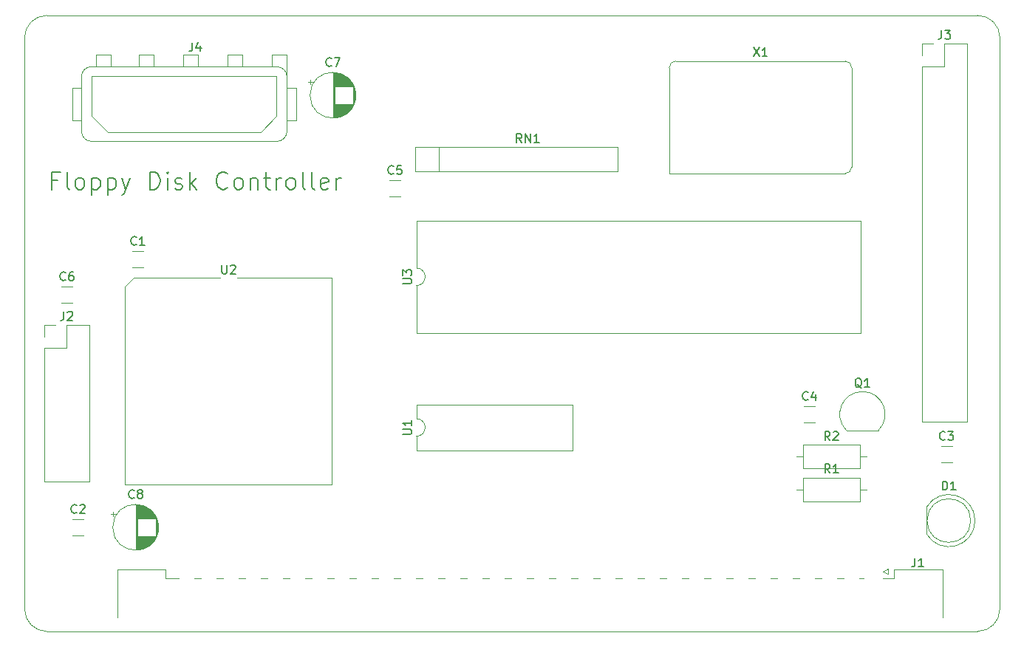
<source format=gbr>
%TF.GenerationSoftware,KiCad,Pcbnew,(5.1.10)-1*%
%TF.CreationDate,2021-05-24T14:39:04+01:00*%
%TF.ProjectId,FloppyDiskController,466c6f70-7079-4446-9973-6b436f6e7472,rev?*%
%TF.SameCoordinates,Original*%
%TF.FileFunction,Legend,Top*%
%TF.FilePolarity,Positive*%
%FSLAX46Y46*%
G04 Gerber Fmt 4.6, Leading zero omitted, Abs format (unit mm)*
G04 Created by KiCad (PCBNEW (5.1.10)-1) date 2021-05-24 14:39:04*
%MOMM*%
%LPD*%
G01*
G04 APERTURE LIST*
%ADD10C,0.200000*%
%TA.AperFunction,Profile*%
%ADD11C,0.050000*%
%TD*%
%ADD12C,0.120000*%
%ADD13C,0.150000*%
G04 APERTURE END LIST*
D10*
X90156095Y-75295142D02*
X89489428Y-75295142D01*
X89489428Y-76342761D02*
X89489428Y-74342761D01*
X90441809Y-74342761D01*
X91489428Y-76342761D02*
X91298952Y-76247523D01*
X91203714Y-76057047D01*
X91203714Y-74342761D01*
X92537047Y-76342761D02*
X92346571Y-76247523D01*
X92251333Y-76152285D01*
X92156095Y-75961809D01*
X92156095Y-75390380D01*
X92251333Y-75199904D01*
X92346571Y-75104666D01*
X92537047Y-75009428D01*
X92822761Y-75009428D01*
X93013238Y-75104666D01*
X93108476Y-75199904D01*
X93203714Y-75390380D01*
X93203714Y-75961809D01*
X93108476Y-76152285D01*
X93013238Y-76247523D01*
X92822761Y-76342761D01*
X92537047Y-76342761D01*
X94060857Y-75009428D02*
X94060857Y-77009428D01*
X94060857Y-75104666D02*
X94251333Y-75009428D01*
X94632285Y-75009428D01*
X94822761Y-75104666D01*
X94918000Y-75199904D01*
X95013238Y-75390380D01*
X95013238Y-75961809D01*
X94918000Y-76152285D01*
X94822761Y-76247523D01*
X94632285Y-76342761D01*
X94251333Y-76342761D01*
X94060857Y-76247523D01*
X95870380Y-75009428D02*
X95870380Y-77009428D01*
X95870380Y-75104666D02*
X96060857Y-75009428D01*
X96441809Y-75009428D01*
X96632285Y-75104666D01*
X96727523Y-75199904D01*
X96822761Y-75390380D01*
X96822761Y-75961809D01*
X96727523Y-76152285D01*
X96632285Y-76247523D01*
X96441809Y-76342761D01*
X96060857Y-76342761D01*
X95870380Y-76247523D01*
X97489428Y-75009428D02*
X97965619Y-76342761D01*
X98441809Y-75009428D02*
X97965619Y-76342761D01*
X97775142Y-76818952D01*
X97679904Y-76914190D01*
X97489428Y-77009428D01*
X100727523Y-76342761D02*
X100727523Y-74342761D01*
X101203714Y-74342761D01*
X101489428Y-74438000D01*
X101679904Y-74628476D01*
X101775142Y-74818952D01*
X101870380Y-75199904D01*
X101870380Y-75485619D01*
X101775142Y-75866571D01*
X101679904Y-76057047D01*
X101489428Y-76247523D01*
X101203714Y-76342761D01*
X100727523Y-76342761D01*
X102727523Y-76342761D02*
X102727523Y-75009428D01*
X102727523Y-74342761D02*
X102632285Y-74438000D01*
X102727523Y-74533238D01*
X102822761Y-74438000D01*
X102727523Y-74342761D01*
X102727523Y-74533238D01*
X103584666Y-76247523D02*
X103775142Y-76342761D01*
X104156095Y-76342761D01*
X104346571Y-76247523D01*
X104441809Y-76057047D01*
X104441809Y-75961809D01*
X104346571Y-75771333D01*
X104156095Y-75676095D01*
X103870380Y-75676095D01*
X103679904Y-75580857D01*
X103584666Y-75390380D01*
X103584666Y-75295142D01*
X103679904Y-75104666D01*
X103870380Y-75009428D01*
X104156095Y-75009428D01*
X104346571Y-75104666D01*
X105298952Y-76342761D02*
X105298952Y-74342761D01*
X105489428Y-75580857D02*
X106060857Y-76342761D01*
X106060857Y-75009428D02*
X105298952Y-75771333D01*
X109584666Y-76152285D02*
X109489428Y-76247523D01*
X109203714Y-76342761D01*
X109013238Y-76342761D01*
X108727523Y-76247523D01*
X108537047Y-76057047D01*
X108441809Y-75866571D01*
X108346571Y-75485619D01*
X108346571Y-75199904D01*
X108441809Y-74818952D01*
X108537047Y-74628476D01*
X108727523Y-74438000D01*
X109013238Y-74342761D01*
X109203714Y-74342761D01*
X109489428Y-74438000D01*
X109584666Y-74533238D01*
X110727523Y-76342761D02*
X110537047Y-76247523D01*
X110441809Y-76152285D01*
X110346571Y-75961809D01*
X110346571Y-75390380D01*
X110441809Y-75199904D01*
X110537047Y-75104666D01*
X110727523Y-75009428D01*
X111013238Y-75009428D01*
X111203714Y-75104666D01*
X111298952Y-75199904D01*
X111394190Y-75390380D01*
X111394190Y-75961809D01*
X111298952Y-76152285D01*
X111203714Y-76247523D01*
X111013238Y-76342761D01*
X110727523Y-76342761D01*
X112251333Y-75009428D02*
X112251333Y-76342761D01*
X112251333Y-75199904D02*
X112346571Y-75104666D01*
X112537047Y-75009428D01*
X112822761Y-75009428D01*
X113013238Y-75104666D01*
X113108476Y-75295142D01*
X113108476Y-76342761D01*
X113775142Y-75009428D02*
X114537047Y-75009428D01*
X114060857Y-74342761D02*
X114060857Y-76057047D01*
X114156095Y-76247523D01*
X114346571Y-76342761D01*
X114537047Y-76342761D01*
X115203714Y-76342761D02*
X115203714Y-75009428D01*
X115203714Y-75390380D02*
X115298952Y-75199904D01*
X115394190Y-75104666D01*
X115584666Y-75009428D01*
X115775142Y-75009428D01*
X116727523Y-76342761D02*
X116537047Y-76247523D01*
X116441809Y-76152285D01*
X116346571Y-75961809D01*
X116346571Y-75390380D01*
X116441809Y-75199904D01*
X116537047Y-75104666D01*
X116727523Y-75009428D01*
X117013238Y-75009428D01*
X117203714Y-75104666D01*
X117298952Y-75199904D01*
X117394190Y-75390380D01*
X117394190Y-75961809D01*
X117298952Y-76152285D01*
X117203714Y-76247523D01*
X117013238Y-76342761D01*
X116727523Y-76342761D01*
X118537047Y-76342761D02*
X118346571Y-76247523D01*
X118251333Y-76057047D01*
X118251333Y-74342761D01*
X119584666Y-76342761D02*
X119394190Y-76247523D01*
X119298952Y-76057047D01*
X119298952Y-74342761D01*
X121108476Y-76247523D02*
X120918000Y-76342761D01*
X120537047Y-76342761D01*
X120346571Y-76247523D01*
X120251333Y-76057047D01*
X120251333Y-75295142D01*
X120346571Y-75104666D01*
X120537047Y-75009428D01*
X120918000Y-75009428D01*
X121108476Y-75104666D01*
X121203714Y-75295142D01*
X121203714Y-75485619D01*
X120251333Y-75676095D01*
X122060857Y-76342761D02*
X122060857Y-75009428D01*
X122060857Y-75390380D02*
X122156095Y-75199904D01*
X122251333Y-75104666D01*
X122441809Y-75009428D01*
X122632285Y-75009428D01*
D11*
X86360000Y-66040000D02*
X86360000Y-58928000D01*
X104140000Y-56388000D02*
X88900000Y-56388000D01*
X104140000Y-127000000D02*
X88900000Y-127000000D01*
X195580000Y-56388000D02*
X104140000Y-56388000D01*
X198120000Y-66294000D02*
X198120000Y-58928000D01*
X198120000Y-124460000D02*
G75*
G02*
X195580000Y-127000000I-2540000J0D01*
G01*
X195580000Y-56388000D02*
G75*
G02*
X198120000Y-58928000I0J-2540000D01*
G01*
X86360000Y-58928000D02*
G75*
G02*
X88900000Y-56388000I2540000J0D01*
G01*
X88900000Y-127000000D02*
G75*
G02*
X86360000Y-124460000I0J2540000D01*
G01*
X86360000Y-66040000D02*
X86360000Y-124460000D01*
X198120000Y-124460000D02*
X198120000Y-66294000D01*
X104140000Y-127000000D02*
X195580000Y-127000000D01*
D12*
%TO.C,J4*%
X94078000Y-63328000D02*
X115218000Y-63328000D01*
X115218000Y-63328000D02*
X115218000Y-67938000D01*
X115218000Y-67938000D02*
X113388000Y-69768000D01*
X113388000Y-69768000D02*
X95908000Y-69768000D01*
X95908000Y-69768000D02*
X94078000Y-67938000D01*
X94078000Y-67938000D02*
X94078000Y-63328000D01*
X94018000Y-70828000D02*
X115278000Y-70828000D01*
X116418000Y-69688000D02*
X116418000Y-60878000D01*
X115278000Y-62268000D02*
X94018000Y-62268000D01*
X92878000Y-63408000D02*
X92878000Y-69688000D01*
X116418000Y-68408000D02*
X117498000Y-68408000D01*
X117498000Y-68408000D02*
X117498000Y-64688000D01*
X117498000Y-64688000D02*
X116418000Y-64688000D01*
X92878000Y-68408000D02*
X91798000Y-68408000D01*
X91798000Y-68408000D02*
X91798000Y-64688000D01*
X91798000Y-64688000D02*
X92878000Y-64688000D01*
X114728000Y-62268000D02*
X114728000Y-60878000D01*
X114728000Y-60878000D02*
X116418000Y-60878000D01*
X94558000Y-60878000D02*
X96248000Y-60878000D01*
X96248000Y-60878000D02*
X96248000Y-62268000D01*
X94558000Y-62268000D02*
X94558000Y-60878000D01*
X111318000Y-60878000D02*
X111318000Y-62268000D01*
X109628000Y-62268000D02*
X109628000Y-60878000D01*
X109628000Y-60878000D02*
X111318000Y-60878000D01*
X104528000Y-60878000D02*
X106218000Y-60878000D01*
X106218000Y-60878000D02*
X106218000Y-62268000D01*
X104528000Y-62268000D02*
X104528000Y-60878000D01*
X99448000Y-62268000D02*
X99448000Y-60878000D01*
X101138000Y-60878000D02*
X101138000Y-62268000D01*
X99448000Y-60878000D02*
X101138000Y-60878000D01*
X94018000Y-70828000D02*
G75*
G02*
X92878000Y-69688000I0J1140000D01*
G01*
X92878000Y-63408000D02*
G75*
G02*
X94018000Y-62268000I1140000J0D01*
G01*
X116418000Y-69688000D02*
G75*
G02*
X115278000Y-70828000I-1140000J0D01*
G01*
X115278000Y-62268000D02*
G75*
G02*
X116418000Y-63408000I0J-1140000D01*
G01*
%TO.C,C8*%
X101700000Y-115062000D02*
G75*
G03*
X101700000Y-115062000I-2620000J0D01*
G01*
X99080000Y-112482000D02*
X99080000Y-117642000D01*
X99120000Y-112482000D02*
X99120000Y-117642000D01*
X99160000Y-112483000D02*
X99160000Y-117641000D01*
X99200000Y-112484000D02*
X99200000Y-117640000D01*
X99240000Y-112486000D02*
X99240000Y-117638000D01*
X99280000Y-112489000D02*
X99280000Y-117635000D01*
X99320000Y-112493000D02*
X99320000Y-114022000D01*
X99320000Y-116102000D02*
X99320000Y-117631000D01*
X99360000Y-112497000D02*
X99360000Y-114022000D01*
X99360000Y-116102000D02*
X99360000Y-117627000D01*
X99400000Y-112501000D02*
X99400000Y-114022000D01*
X99400000Y-116102000D02*
X99400000Y-117623000D01*
X99440000Y-112506000D02*
X99440000Y-114022000D01*
X99440000Y-116102000D02*
X99440000Y-117618000D01*
X99480000Y-112512000D02*
X99480000Y-114022000D01*
X99480000Y-116102000D02*
X99480000Y-117612000D01*
X99520000Y-112519000D02*
X99520000Y-114022000D01*
X99520000Y-116102000D02*
X99520000Y-117605000D01*
X99560000Y-112526000D02*
X99560000Y-114022000D01*
X99560000Y-116102000D02*
X99560000Y-117598000D01*
X99600000Y-112534000D02*
X99600000Y-114022000D01*
X99600000Y-116102000D02*
X99600000Y-117590000D01*
X99640000Y-112542000D02*
X99640000Y-114022000D01*
X99640000Y-116102000D02*
X99640000Y-117582000D01*
X99680000Y-112551000D02*
X99680000Y-114022000D01*
X99680000Y-116102000D02*
X99680000Y-117573000D01*
X99720000Y-112561000D02*
X99720000Y-114022000D01*
X99720000Y-116102000D02*
X99720000Y-117563000D01*
X99760000Y-112571000D02*
X99760000Y-114022000D01*
X99760000Y-116102000D02*
X99760000Y-117553000D01*
X99801000Y-112582000D02*
X99801000Y-114022000D01*
X99801000Y-116102000D02*
X99801000Y-117542000D01*
X99841000Y-112594000D02*
X99841000Y-114022000D01*
X99841000Y-116102000D02*
X99841000Y-117530000D01*
X99881000Y-112607000D02*
X99881000Y-114022000D01*
X99881000Y-116102000D02*
X99881000Y-117517000D01*
X99921000Y-112620000D02*
X99921000Y-114022000D01*
X99921000Y-116102000D02*
X99921000Y-117504000D01*
X99961000Y-112634000D02*
X99961000Y-114022000D01*
X99961000Y-116102000D02*
X99961000Y-117490000D01*
X100001000Y-112648000D02*
X100001000Y-114022000D01*
X100001000Y-116102000D02*
X100001000Y-117476000D01*
X100041000Y-112664000D02*
X100041000Y-114022000D01*
X100041000Y-116102000D02*
X100041000Y-117460000D01*
X100081000Y-112680000D02*
X100081000Y-114022000D01*
X100081000Y-116102000D02*
X100081000Y-117444000D01*
X100121000Y-112697000D02*
X100121000Y-114022000D01*
X100121000Y-116102000D02*
X100121000Y-117427000D01*
X100161000Y-112714000D02*
X100161000Y-114022000D01*
X100161000Y-116102000D02*
X100161000Y-117410000D01*
X100201000Y-112733000D02*
X100201000Y-114022000D01*
X100201000Y-116102000D02*
X100201000Y-117391000D01*
X100241000Y-112752000D02*
X100241000Y-114022000D01*
X100241000Y-116102000D02*
X100241000Y-117372000D01*
X100281000Y-112772000D02*
X100281000Y-114022000D01*
X100281000Y-116102000D02*
X100281000Y-117352000D01*
X100321000Y-112794000D02*
X100321000Y-114022000D01*
X100321000Y-116102000D02*
X100321000Y-117330000D01*
X100361000Y-112815000D02*
X100361000Y-114022000D01*
X100361000Y-116102000D02*
X100361000Y-117309000D01*
X100401000Y-112838000D02*
X100401000Y-114022000D01*
X100401000Y-116102000D02*
X100401000Y-117286000D01*
X100441000Y-112862000D02*
X100441000Y-114022000D01*
X100441000Y-116102000D02*
X100441000Y-117262000D01*
X100481000Y-112887000D02*
X100481000Y-114022000D01*
X100481000Y-116102000D02*
X100481000Y-117237000D01*
X100521000Y-112913000D02*
X100521000Y-114022000D01*
X100521000Y-116102000D02*
X100521000Y-117211000D01*
X100561000Y-112940000D02*
X100561000Y-114022000D01*
X100561000Y-116102000D02*
X100561000Y-117184000D01*
X100601000Y-112967000D02*
X100601000Y-114022000D01*
X100601000Y-116102000D02*
X100601000Y-117157000D01*
X100641000Y-112997000D02*
X100641000Y-114022000D01*
X100641000Y-116102000D02*
X100641000Y-117127000D01*
X100681000Y-113027000D02*
X100681000Y-114022000D01*
X100681000Y-116102000D02*
X100681000Y-117097000D01*
X100721000Y-113058000D02*
X100721000Y-114022000D01*
X100721000Y-116102000D02*
X100721000Y-117066000D01*
X100761000Y-113091000D02*
X100761000Y-114022000D01*
X100761000Y-116102000D02*
X100761000Y-117033000D01*
X100801000Y-113125000D02*
X100801000Y-114022000D01*
X100801000Y-116102000D02*
X100801000Y-116999000D01*
X100841000Y-113161000D02*
X100841000Y-114022000D01*
X100841000Y-116102000D02*
X100841000Y-116963000D01*
X100881000Y-113198000D02*
X100881000Y-114022000D01*
X100881000Y-116102000D02*
X100881000Y-116926000D01*
X100921000Y-113236000D02*
X100921000Y-114022000D01*
X100921000Y-116102000D02*
X100921000Y-116888000D01*
X100961000Y-113277000D02*
X100961000Y-114022000D01*
X100961000Y-116102000D02*
X100961000Y-116847000D01*
X101001000Y-113319000D02*
X101001000Y-114022000D01*
X101001000Y-116102000D02*
X101001000Y-116805000D01*
X101041000Y-113363000D02*
X101041000Y-114022000D01*
X101041000Y-116102000D02*
X101041000Y-116761000D01*
X101081000Y-113409000D02*
X101081000Y-114022000D01*
X101081000Y-116102000D02*
X101081000Y-116715000D01*
X101121000Y-113457000D02*
X101121000Y-114022000D01*
X101121000Y-116102000D02*
X101121000Y-116667000D01*
X101161000Y-113508000D02*
X101161000Y-114022000D01*
X101161000Y-116102000D02*
X101161000Y-116616000D01*
X101201000Y-113562000D02*
X101201000Y-114022000D01*
X101201000Y-116102000D02*
X101201000Y-116562000D01*
X101241000Y-113619000D02*
X101241000Y-114022000D01*
X101241000Y-116102000D02*
X101241000Y-116505000D01*
X101281000Y-113679000D02*
X101281000Y-114022000D01*
X101281000Y-116102000D02*
X101281000Y-116445000D01*
X101321000Y-113743000D02*
X101321000Y-114022000D01*
X101321000Y-116102000D02*
X101321000Y-116381000D01*
X101361000Y-113811000D02*
X101361000Y-114022000D01*
X101361000Y-116102000D02*
X101361000Y-116313000D01*
X101401000Y-113884000D02*
X101401000Y-116240000D01*
X101441000Y-113964000D02*
X101441000Y-116160000D01*
X101481000Y-114051000D02*
X101481000Y-116073000D01*
X101521000Y-114147000D02*
X101521000Y-115977000D01*
X101561000Y-114257000D02*
X101561000Y-115867000D01*
X101601000Y-114385000D02*
X101601000Y-115739000D01*
X101641000Y-114544000D02*
X101641000Y-115580000D01*
X101681000Y-114778000D02*
X101681000Y-115346000D01*
X96275225Y-113587000D02*
X96775225Y-113587000D01*
X96525225Y-113337000D02*
X96525225Y-113837000D01*
%TO.C,C7*%
X124306000Y-65532000D02*
G75*
G03*
X124306000Y-65532000I-2620000J0D01*
G01*
X121686000Y-62952000D02*
X121686000Y-68112000D01*
X121726000Y-62952000D02*
X121726000Y-68112000D01*
X121766000Y-62953000D02*
X121766000Y-68111000D01*
X121806000Y-62954000D02*
X121806000Y-68110000D01*
X121846000Y-62956000D02*
X121846000Y-68108000D01*
X121886000Y-62959000D02*
X121886000Y-68105000D01*
X121926000Y-62963000D02*
X121926000Y-64492000D01*
X121926000Y-66572000D02*
X121926000Y-68101000D01*
X121966000Y-62967000D02*
X121966000Y-64492000D01*
X121966000Y-66572000D02*
X121966000Y-68097000D01*
X122006000Y-62971000D02*
X122006000Y-64492000D01*
X122006000Y-66572000D02*
X122006000Y-68093000D01*
X122046000Y-62976000D02*
X122046000Y-64492000D01*
X122046000Y-66572000D02*
X122046000Y-68088000D01*
X122086000Y-62982000D02*
X122086000Y-64492000D01*
X122086000Y-66572000D02*
X122086000Y-68082000D01*
X122126000Y-62989000D02*
X122126000Y-64492000D01*
X122126000Y-66572000D02*
X122126000Y-68075000D01*
X122166000Y-62996000D02*
X122166000Y-64492000D01*
X122166000Y-66572000D02*
X122166000Y-68068000D01*
X122206000Y-63004000D02*
X122206000Y-64492000D01*
X122206000Y-66572000D02*
X122206000Y-68060000D01*
X122246000Y-63012000D02*
X122246000Y-64492000D01*
X122246000Y-66572000D02*
X122246000Y-68052000D01*
X122286000Y-63021000D02*
X122286000Y-64492000D01*
X122286000Y-66572000D02*
X122286000Y-68043000D01*
X122326000Y-63031000D02*
X122326000Y-64492000D01*
X122326000Y-66572000D02*
X122326000Y-68033000D01*
X122366000Y-63041000D02*
X122366000Y-64492000D01*
X122366000Y-66572000D02*
X122366000Y-68023000D01*
X122407000Y-63052000D02*
X122407000Y-64492000D01*
X122407000Y-66572000D02*
X122407000Y-68012000D01*
X122447000Y-63064000D02*
X122447000Y-64492000D01*
X122447000Y-66572000D02*
X122447000Y-68000000D01*
X122487000Y-63077000D02*
X122487000Y-64492000D01*
X122487000Y-66572000D02*
X122487000Y-67987000D01*
X122527000Y-63090000D02*
X122527000Y-64492000D01*
X122527000Y-66572000D02*
X122527000Y-67974000D01*
X122567000Y-63104000D02*
X122567000Y-64492000D01*
X122567000Y-66572000D02*
X122567000Y-67960000D01*
X122607000Y-63118000D02*
X122607000Y-64492000D01*
X122607000Y-66572000D02*
X122607000Y-67946000D01*
X122647000Y-63134000D02*
X122647000Y-64492000D01*
X122647000Y-66572000D02*
X122647000Y-67930000D01*
X122687000Y-63150000D02*
X122687000Y-64492000D01*
X122687000Y-66572000D02*
X122687000Y-67914000D01*
X122727000Y-63167000D02*
X122727000Y-64492000D01*
X122727000Y-66572000D02*
X122727000Y-67897000D01*
X122767000Y-63184000D02*
X122767000Y-64492000D01*
X122767000Y-66572000D02*
X122767000Y-67880000D01*
X122807000Y-63203000D02*
X122807000Y-64492000D01*
X122807000Y-66572000D02*
X122807000Y-67861000D01*
X122847000Y-63222000D02*
X122847000Y-64492000D01*
X122847000Y-66572000D02*
X122847000Y-67842000D01*
X122887000Y-63242000D02*
X122887000Y-64492000D01*
X122887000Y-66572000D02*
X122887000Y-67822000D01*
X122927000Y-63264000D02*
X122927000Y-64492000D01*
X122927000Y-66572000D02*
X122927000Y-67800000D01*
X122967000Y-63285000D02*
X122967000Y-64492000D01*
X122967000Y-66572000D02*
X122967000Y-67779000D01*
X123007000Y-63308000D02*
X123007000Y-64492000D01*
X123007000Y-66572000D02*
X123007000Y-67756000D01*
X123047000Y-63332000D02*
X123047000Y-64492000D01*
X123047000Y-66572000D02*
X123047000Y-67732000D01*
X123087000Y-63357000D02*
X123087000Y-64492000D01*
X123087000Y-66572000D02*
X123087000Y-67707000D01*
X123127000Y-63383000D02*
X123127000Y-64492000D01*
X123127000Y-66572000D02*
X123127000Y-67681000D01*
X123167000Y-63410000D02*
X123167000Y-64492000D01*
X123167000Y-66572000D02*
X123167000Y-67654000D01*
X123207000Y-63437000D02*
X123207000Y-64492000D01*
X123207000Y-66572000D02*
X123207000Y-67627000D01*
X123247000Y-63467000D02*
X123247000Y-64492000D01*
X123247000Y-66572000D02*
X123247000Y-67597000D01*
X123287000Y-63497000D02*
X123287000Y-64492000D01*
X123287000Y-66572000D02*
X123287000Y-67567000D01*
X123327000Y-63528000D02*
X123327000Y-64492000D01*
X123327000Y-66572000D02*
X123327000Y-67536000D01*
X123367000Y-63561000D02*
X123367000Y-64492000D01*
X123367000Y-66572000D02*
X123367000Y-67503000D01*
X123407000Y-63595000D02*
X123407000Y-64492000D01*
X123407000Y-66572000D02*
X123407000Y-67469000D01*
X123447000Y-63631000D02*
X123447000Y-64492000D01*
X123447000Y-66572000D02*
X123447000Y-67433000D01*
X123487000Y-63668000D02*
X123487000Y-64492000D01*
X123487000Y-66572000D02*
X123487000Y-67396000D01*
X123527000Y-63706000D02*
X123527000Y-64492000D01*
X123527000Y-66572000D02*
X123527000Y-67358000D01*
X123567000Y-63747000D02*
X123567000Y-64492000D01*
X123567000Y-66572000D02*
X123567000Y-67317000D01*
X123607000Y-63789000D02*
X123607000Y-64492000D01*
X123607000Y-66572000D02*
X123607000Y-67275000D01*
X123647000Y-63833000D02*
X123647000Y-64492000D01*
X123647000Y-66572000D02*
X123647000Y-67231000D01*
X123687000Y-63879000D02*
X123687000Y-64492000D01*
X123687000Y-66572000D02*
X123687000Y-67185000D01*
X123727000Y-63927000D02*
X123727000Y-64492000D01*
X123727000Y-66572000D02*
X123727000Y-67137000D01*
X123767000Y-63978000D02*
X123767000Y-64492000D01*
X123767000Y-66572000D02*
X123767000Y-67086000D01*
X123807000Y-64032000D02*
X123807000Y-64492000D01*
X123807000Y-66572000D02*
X123807000Y-67032000D01*
X123847000Y-64089000D02*
X123847000Y-64492000D01*
X123847000Y-66572000D02*
X123847000Y-66975000D01*
X123887000Y-64149000D02*
X123887000Y-64492000D01*
X123887000Y-66572000D02*
X123887000Y-66915000D01*
X123927000Y-64213000D02*
X123927000Y-64492000D01*
X123927000Y-66572000D02*
X123927000Y-66851000D01*
X123967000Y-64281000D02*
X123967000Y-64492000D01*
X123967000Y-66572000D02*
X123967000Y-66783000D01*
X124007000Y-64354000D02*
X124007000Y-66710000D01*
X124047000Y-64434000D02*
X124047000Y-66630000D01*
X124087000Y-64521000D02*
X124087000Y-66543000D01*
X124127000Y-64617000D02*
X124127000Y-66447000D01*
X124167000Y-64727000D02*
X124167000Y-66337000D01*
X124207000Y-64855000D02*
X124207000Y-66209000D01*
X124247000Y-65014000D02*
X124247000Y-66050000D01*
X124287000Y-65248000D02*
X124287000Y-65816000D01*
X118881225Y-64057000D02*
X119381225Y-64057000D01*
X119131225Y-63807000D02*
X119131225Y-64307000D01*
%TO.C,X1*%
X160238000Y-62372000D02*
X160238000Y-74522000D01*
X180388000Y-61622000D02*
X160988000Y-61622000D01*
X181138000Y-73772000D02*
X181138000Y-62372000D01*
X160238000Y-74522000D02*
X180388000Y-74522000D01*
X160988000Y-61622000D02*
G75*
G03*
X160238000Y-62372000I0J-750000D01*
G01*
X181138000Y-62372000D02*
G75*
G03*
X180388000Y-61622000I-750000J0D01*
G01*
X180388000Y-74522000D02*
G75*
G03*
X181138000Y-73772000I0J750000D01*
G01*
%TO.C,U3*%
X131258000Y-87360000D02*
X131258000Y-92820000D01*
X131258000Y-92820000D02*
X182178000Y-92820000D01*
X182178000Y-92820000D02*
X182178000Y-79900000D01*
X182178000Y-79900000D02*
X131258000Y-79900000D01*
X131258000Y-79900000D02*
X131258000Y-85360000D01*
X131258000Y-85360000D02*
G75*
G02*
X131258000Y-87360000I0J-1000000D01*
G01*
%TO.C,U2*%
X108728000Y-86448000D02*
X98878000Y-86448000D01*
X98878000Y-86448000D02*
X97878000Y-87448000D01*
X97878000Y-87448000D02*
X97878000Y-110148000D01*
X97878000Y-110148000D02*
X121578000Y-110148000D01*
X121578000Y-110148000D02*
X121578000Y-86448000D01*
X121578000Y-86448000D02*
X110728000Y-86448000D01*
%TO.C,U1*%
X131258000Y-104632000D02*
X131258000Y-106282000D01*
X131258000Y-106282000D02*
X149158000Y-106282000D01*
X149158000Y-106282000D02*
X149158000Y-100982000D01*
X149158000Y-100982000D02*
X131258000Y-100982000D01*
X131258000Y-100982000D02*
X131258000Y-102632000D01*
X131258000Y-102632000D02*
G75*
G02*
X131258000Y-104632000I0J-1000000D01*
G01*
%TO.C,RN1*%
X131148000Y-71498000D02*
X131148000Y-74298000D01*
X131148000Y-74298000D02*
X154348000Y-74298000D01*
X154348000Y-74298000D02*
X154348000Y-71498000D01*
X154348000Y-71498000D02*
X131148000Y-71498000D01*
X133858000Y-71498000D02*
X133858000Y-74298000D01*
%TO.C,R2*%
X182086000Y-108304000D02*
X182086000Y-105564000D01*
X182086000Y-105564000D02*
X175546000Y-105564000D01*
X175546000Y-105564000D02*
X175546000Y-108304000D01*
X175546000Y-108304000D02*
X182086000Y-108304000D01*
X182856000Y-106934000D02*
X182086000Y-106934000D01*
X174776000Y-106934000D02*
X175546000Y-106934000D01*
%TO.C,R1*%
X175546000Y-109374000D02*
X175546000Y-112114000D01*
X175546000Y-112114000D02*
X182086000Y-112114000D01*
X182086000Y-112114000D02*
X182086000Y-109374000D01*
X182086000Y-109374000D02*
X175546000Y-109374000D01*
X174776000Y-110744000D02*
X175546000Y-110744000D01*
X182856000Y-110744000D02*
X182086000Y-110744000D01*
%TO.C,Q1*%
X180572000Y-103958000D02*
X184172000Y-103958000D01*
X184210478Y-103946478D02*
G75*
G03*
X182372000Y-99508000I-1838478J1838478D01*
G01*
X180533522Y-103946478D02*
G75*
G02*
X182372000Y-99508000I1838478J1838478D01*
G01*
%TO.C,J3*%
X189170000Y-102930000D02*
X194370000Y-102930000D01*
X189170000Y-62230000D02*
X189170000Y-102930000D01*
X194370000Y-59630000D02*
X194370000Y-102930000D01*
X189170000Y-62230000D02*
X191770000Y-62230000D01*
X191770000Y-62230000D02*
X191770000Y-59630000D01*
X191770000Y-59630000D02*
X194370000Y-59630000D01*
X189170000Y-60960000D02*
X189170000Y-59630000D01*
X189170000Y-59630000D02*
X190500000Y-59630000D01*
%TO.C,J2*%
X88586000Y-109788000D02*
X93786000Y-109788000D01*
X88586000Y-94488000D02*
X88586000Y-109788000D01*
X93786000Y-91888000D02*
X93786000Y-109788000D01*
X88586000Y-94488000D02*
X91186000Y-94488000D01*
X91186000Y-94488000D02*
X91186000Y-91888000D01*
X91186000Y-91888000D02*
X93786000Y-91888000D01*
X88586000Y-93218000D02*
X88586000Y-91888000D01*
X88586000Y-91888000D02*
X89916000Y-91888000D01*
%TO.C,J1*%
X191532000Y-125442000D02*
X191532000Y-119882000D01*
X191532000Y-119882000D02*
X186012000Y-119882000D01*
X186012000Y-119882000D02*
X186012000Y-120882000D01*
X97012000Y-125442000D02*
X97012000Y-119882000D01*
X97012000Y-119882000D02*
X102532000Y-119882000D01*
X102532000Y-119882000D02*
X102532000Y-120882000D01*
X186013000Y-120882000D02*
X184737000Y-120882000D01*
X182547000Y-120882000D02*
X181971000Y-120882000D01*
X180232000Y-120882000D02*
X179431000Y-120882000D01*
X177692000Y-120882000D02*
X176891000Y-120882000D01*
X175152000Y-120882000D02*
X174351000Y-120882000D01*
X172612000Y-120882000D02*
X171811000Y-120882000D01*
X170072000Y-120882000D02*
X169271000Y-120882000D01*
X167532000Y-120882000D02*
X166731000Y-120882000D01*
X164992000Y-120882000D02*
X164191000Y-120882000D01*
X162452000Y-120882000D02*
X161651000Y-120882000D01*
X159912000Y-120882000D02*
X159111000Y-120882000D01*
X157372000Y-120882000D02*
X156571000Y-120882000D01*
X154832000Y-120882000D02*
X154031000Y-120882000D01*
X152292000Y-120882000D02*
X151491000Y-120882000D01*
X149752000Y-120882000D02*
X148951000Y-120882000D01*
X147212000Y-120882000D02*
X146411000Y-120882000D01*
X144672000Y-120882000D02*
X143871000Y-120882000D01*
X142132000Y-120882000D02*
X141331000Y-120882000D01*
X139592000Y-120882000D02*
X138791000Y-120882000D01*
X137052000Y-120882000D02*
X136251000Y-120882000D01*
X134512000Y-120882000D02*
X133711000Y-120882000D01*
X131972000Y-120882000D02*
X131171000Y-120882000D01*
X129432000Y-120882000D02*
X128631000Y-120882000D01*
X126892000Y-120882000D02*
X126091000Y-120882000D01*
X124352000Y-120882000D02*
X123551000Y-120882000D01*
X121812000Y-120882000D02*
X121011000Y-120882000D01*
X119272000Y-120882000D02*
X118471000Y-120882000D01*
X116732000Y-120882000D02*
X115931000Y-120882000D01*
X114192000Y-120882000D02*
X113391000Y-120882000D01*
X111652000Y-120882000D02*
X110851000Y-120882000D01*
X109112000Y-120882000D02*
X108311000Y-120882000D01*
X106572000Y-120882000D02*
X105771000Y-120882000D01*
X104032000Y-120882000D02*
X102532000Y-120882000D01*
X184737000Y-120142000D02*
X185337000Y-120442000D01*
X185337000Y-120442000D02*
X185337000Y-119842000D01*
X185337000Y-119842000D02*
X184737000Y-120142000D01*
%TO.C,D1*%
X194778000Y-114300000D02*
G75*
G03*
X194778000Y-114300000I-2500000J0D01*
G01*
X189718000Y-112755000D02*
X189718000Y-115845000D01*
X195268000Y-114299538D02*
G75*
G02*
X189718000Y-115844830I-2990000J-462D01*
G01*
X195268000Y-114300462D02*
G75*
G03*
X189718000Y-112755170I-2990000J462D01*
G01*
%TO.C,C6*%
X90577000Y-87472000D02*
X91835000Y-87472000D01*
X90577000Y-89312000D02*
X91835000Y-89312000D01*
%TO.C,C5*%
X128169000Y-75280000D02*
X129427000Y-75280000D01*
X128169000Y-77120000D02*
X129427000Y-77120000D01*
%TO.C,C4*%
X175667000Y-101188000D02*
X176925000Y-101188000D01*
X175667000Y-103028000D02*
X176925000Y-103028000D01*
%TO.C,C3*%
X191375000Y-105760000D02*
X192633000Y-105760000D01*
X191375000Y-107600000D02*
X192633000Y-107600000D01*
%TO.C,C2*%
X91847000Y-114142000D02*
X93105000Y-114142000D01*
X91847000Y-115982000D02*
X93105000Y-115982000D01*
%TO.C,C1*%
X98705000Y-83408000D02*
X99963000Y-83408000D01*
X98705000Y-85248000D02*
X99963000Y-85248000D01*
%TD*%
%TO.C,J4*%
D13*
X105584666Y-59500380D02*
X105584666Y-60214666D01*
X105537047Y-60357523D01*
X105441809Y-60452761D01*
X105298952Y-60500380D01*
X105203714Y-60500380D01*
X106489428Y-59833714D02*
X106489428Y-60500380D01*
X106251333Y-59452761D02*
X106013238Y-60167047D01*
X106632285Y-60167047D01*
%TO.C,C8*%
X98913333Y-111669142D02*
X98865714Y-111716761D01*
X98722857Y-111764380D01*
X98627619Y-111764380D01*
X98484761Y-111716761D01*
X98389523Y-111621523D01*
X98341904Y-111526285D01*
X98294285Y-111335809D01*
X98294285Y-111192952D01*
X98341904Y-111002476D01*
X98389523Y-110907238D01*
X98484761Y-110812000D01*
X98627619Y-110764380D01*
X98722857Y-110764380D01*
X98865714Y-110812000D01*
X98913333Y-110859619D01*
X99484761Y-111192952D02*
X99389523Y-111145333D01*
X99341904Y-111097714D01*
X99294285Y-111002476D01*
X99294285Y-110954857D01*
X99341904Y-110859619D01*
X99389523Y-110812000D01*
X99484761Y-110764380D01*
X99675238Y-110764380D01*
X99770476Y-110812000D01*
X99818095Y-110859619D01*
X99865714Y-110954857D01*
X99865714Y-111002476D01*
X99818095Y-111097714D01*
X99770476Y-111145333D01*
X99675238Y-111192952D01*
X99484761Y-111192952D01*
X99389523Y-111240571D01*
X99341904Y-111288190D01*
X99294285Y-111383428D01*
X99294285Y-111573904D01*
X99341904Y-111669142D01*
X99389523Y-111716761D01*
X99484761Y-111764380D01*
X99675238Y-111764380D01*
X99770476Y-111716761D01*
X99818095Y-111669142D01*
X99865714Y-111573904D01*
X99865714Y-111383428D01*
X99818095Y-111288190D01*
X99770476Y-111240571D01*
X99675238Y-111192952D01*
%TO.C,C7*%
X121519333Y-62139142D02*
X121471714Y-62186761D01*
X121328857Y-62234380D01*
X121233619Y-62234380D01*
X121090761Y-62186761D01*
X120995523Y-62091523D01*
X120947904Y-61996285D01*
X120900285Y-61805809D01*
X120900285Y-61662952D01*
X120947904Y-61472476D01*
X120995523Y-61377238D01*
X121090761Y-61282000D01*
X121233619Y-61234380D01*
X121328857Y-61234380D01*
X121471714Y-61282000D01*
X121519333Y-61329619D01*
X121852666Y-61234380D02*
X122519333Y-61234380D01*
X122090761Y-62234380D01*
%TO.C,X1*%
X169878476Y-60074380D02*
X170545142Y-61074380D01*
X170545142Y-60074380D02*
X169878476Y-61074380D01*
X171449904Y-61074380D02*
X170878476Y-61074380D01*
X171164190Y-61074380D02*
X171164190Y-60074380D01*
X171068952Y-60217238D01*
X170973714Y-60312476D01*
X170878476Y-60360095D01*
%TO.C,U3*%
X129710380Y-87121904D02*
X130519904Y-87121904D01*
X130615142Y-87074285D01*
X130662761Y-87026666D01*
X130710380Y-86931428D01*
X130710380Y-86740952D01*
X130662761Y-86645714D01*
X130615142Y-86598095D01*
X130519904Y-86550476D01*
X129710380Y-86550476D01*
X129710380Y-86169523D02*
X129710380Y-85550476D01*
X130091333Y-85883809D01*
X130091333Y-85740952D01*
X130138952Y-85645714D01*
X130186571Y-85598095D01*
X130281809Y-85550476D01*
X130519904Y-85550476D01*
X130615142Y-85598095D01*
X130662761Y-85645714D01*
X130710380Y-85740952D01*
X130710380Y-86026666D01*
X130662761Y-86121904D01*
X130615142Y-86169523D01*
%TO.C,U2*%
X108966095Y-85000380D02*
X108966095Y-85809904D01*
X109013714Y-85905142D01*
X109061333Y-85952761D01*
X109156571Y-86000380D01*
X109347047Y-86000380D01*
X109442285Y-85952761D01*
X109489904Y-85905142D01*
X109537523Y-85809904D01*
X109537523Y-85000380D01*
X109966095Y-85095619D02*
X110013714Y-85048000D01*
X110108952Y-85000380D01*
X110347047Y-85000380D01*
X110442285Y-85048000D01*
X110489904Y-85095619D01*
X110537523Y-85190857D01*
X110537523Y-85286095D01*
X110489904Y-85428952D01*
X109918476Y-86000380D01*
X110537523Y-86000380D01*
%TO.C,U1*%
X129710380Y-104393904D02*
X130519904Y-104393904D01*
X130615142Y-104346285D01*
X130662761Y-104298666D01*
X130710380Y-104203428D01*
X130710380Y-104012952D01*
X130662761Y-103917714D01*
X130615142Y-103870095D01*
X130519904Y-103822476D01*
X129710380Y-103822476D01*
X130710380Y-102822476D02*
X130710380Y-103393904D01*
X130710380Y-103108190D02*
X129710380Y-103108190D01*
X129853238Y-103203428D01*
X129948476Y-103298666D01*
X129996095Y-103393904D01*
%TO.C,RN1*%
X143327523Y-70950380D02*
X142994190Y-70474190D01*
X142756095Y-70950380D02*
X142756095Y-69950380D01*
X143137047Y-69950380D01*
X143232285Y-69998000D01*
X143279904Y-70045619D01*
X143327523Y-70140857D01*
X143327523Y-70283714D01*
X143279904Y-70378952D01*
X143232285Y-70426571D01*
X143137047Y-70474190D01*
X142756095Y-70474190D01*
X143756095Y-70950380D02*
X143756095Y-69950380D01*
X144327523Y-70950380D01*
X144327523Y-69950380D01*
X145327523Y-70950380D02*
X144756095Y-70950380D01*
X145041809Y-70950380D02*
X145041809Y-69950380D01*
X144946571Y-70093238D01*
X144851333Y-70188476D01*
X144756095Y-70236095D01*
%TO.C,R2*%
X178649333Y-105100380D02*
X178316000Y-104624190D01*
X178077904Y-105100380D02*
X178077904Y-104100380D01*
X178458857Y-104100380D01*
X178554095Y-104148000D01*
X178601714Y-104195619D01*
X178649333Y-104290857D01*
X178649333Y-104433714D01*
X178601714Y-104528952D01*
X178554095Y-104576571D01*
X178458857Y-104624190D01*
X178077904Y-104624190D01*
X179030285Y-104195619D02*
X179077904Y-104148000D01*
X179173142Y-104100380D01*
X179411238Y-104100380D01*
X179506476Y-104148000D01*
X179554095Y-104195619D01*
X179601714Y-104290857D01*
X179601714Y-104386095D01*
X179554095Y-104528952D01*
X178982666Y-105100380D01*
X179601714Y-105100380D01*
%TO.C,R1*%
X178649333Y-108826380D02*
X178316000Y-108350190D01*
X178077904Y-108826380D02*
X178077904Y-107826380D01*
X178458857Y-107826380D01*
X178554095Y-107874000D01*
X178601714Y-107921619D01*
X178649333Y-108016857D01*
X178649333Y-108159714D01*
X178601714Y-108254952D01*
X178554095Y-108302571D01*
X178458857Y-108350190D01*
X178077904Y-108350190D01*
X179601714Y-108826380D02*
X179030285Y-108826380D01*
X179316000Y-108826380D02*
X179316000Y-107826380D01*
X179220761Y-107969238D01*
X179125523Y-108064476D01*
X179030285Y-108112095D01*
%TO.C,Q1*%
X182276761Y-99095619D02*
X182181523Y-99048000D01*
X182086285Y-98952761D01*
X181943428Y-98809904D01*
X181848190Y-98762285D01*
X181752952Y-98762285D01*
X181800571Y-99000380D02*
X181705333Y-98952761D01*
X181610095Y-98857523D01*
X181562476Y-98667047D01*
X181562476Y-98333714D01*
X181610095Y-98143238D01*
X181705333Y-98048000D01*
X181800571Y-98000380D01*
X181991047Y-98000380D01*
X182086285Y-98048000D01*
X182181523Y-98143238D01*
X182229142Y-98333714D01*
X182229142Y-98667047D01*
X182181523Y-98857523D01*
X182086285Y-98952761D01*
X181991047Y-99000380D01*
X181800571Y-99000380D01*
X183181523Y-99000380D02*
X182610095Y-99000380D01*
X182895809Y-99000380D02*
X182895809Y-98000380D01*
X182800571Y-98143238D01*
X182705333Y-98238476D01*
X182610095Y-98286095D01*
%TO.C,J3*%
X191436666Y-58082380D02*
X191436666Y-58796666D01*
X191389047Y-58939523D01*
X191293809Y-59034761D01*
X191150952Y-59082380D01*
X191055714Y-59082380D01*
X191817619Y-58082380D02*
X192436666Y-58082380D01*
X192103333Y-58463333D01*
X192246190Y-58463333D01*
X192341428Y-58510952D01*
X192389047Y-58558571D01*
X192436666Y-58653809D01*
X192436666Y-58891904D01*
X192389047Y-58987142D01*
X192341428Y-59034761D01*
X192246190Y-59082380D01*
X191960476Y-59082380D01*
X191865238Y-59034761D01*
X191817619Y-58987142D01*
%TO.C,J2*%
X90852666Y-90340380D02*
X90852666Y-91054666D01*
X90805047Y-91197523D01*
X90709809Y-91292761D01*
X90566952Y-91340380D01*
X90471714Y-91340380D01*
X91281238Y-90435619D02*
X91328857Y-90388000D01*
X91424095Y-90340380D01*
X91662190Y-90340380D01*
X91757428Y-90388000D01*
X91805047Y-90435619D01*
X91852666Y-90530857D01*
X91852666Y-90626095D01*
X91805047Y-90768952D01*
X91233619Y-91340380D01*
X91852666Y-91340380D01*
%TO.C,J1*%
X188388666Y-118594380D02*
X188388666Y-119308666D01*
X188341047Y-119451523D01*
X188245809Y-119546761D01*
X188102952Y-119594380D01*
X188007714Y-119594380D01*
X189388666Y-119594380D02*
X188817238Y-119594380D01*
X189102952Y-119594380D02*
X189102952Y-118594380D01*
X189007714Y-118737238D01*
X188912476Y-118832476D01*
X188817238Y-118880095D01*
%TO.C,D1*%
X191539904Y-110792380D02*
X191539904Y-109792380D01*
X191778000Y-109792380D01*
X191920857Y-109840000D01*
X192016095Y-109935238D01*
X192063714Y-110030476D01*
X192111333Y-110220952D01*
X192111333Y-110363809D01*
X192063714Y-110554285D01*
X192016095Y-110649523D01*
X191920857Y-110744761D01*
X191778000Y-110792380D01*
X191539904Y-110792380D01*
X193063714Y-110792380D02*
X192492285Y-110792380D01*
X192778000Y-110792380D02*
X192778000Y-109792380D01*
X192682761Y-109935238D01*
X192587523Y-110030476D01*
X192492285Y-110078095D01*
%TO.C,C6*%
X91039333Y-86699142D02*
X90991714Y-86746761D01*
X90848857Y-86794380D01*
X90753619Y-86794380D01*
X90610761Y-86746761D01*
X90515523Y-86651523D01*
X90467904Y-86556285D01*
X90420285Y-86365809D01*
X90420285Y-86222952D01*
X90467904Y-86032476D01*
X90515523Y-85937238D01*
X90610761Y-85842000D01*
X90753619Y-85794380D01*
X90848857Y-85794380D01*
X90991714Y-85842000D01*
X91039333Y-85889619D01*
X91896476Y-85794380D02*
X91706000Y-85794380D01*
X91610761Y-85842000D01*
X91563142Y-85889619D01*
X91467904Y-86032476D01*
X91420285Y-86222952D01*
X91420285Y-86603904D01*
X91467904Y-86699142D01*
X91515523Y-86746761D01*
X91610761Y-86794380D01*
X91801238Y-86794380D01*
X91896476Y-86746761D01*
X91944095Y-86699142D01*
X91991714Y-86603904D01*
X91991714Y-86365809D01*
X91944095Y-86270571D01*
X91896476Y-86222952D01*
X91801238Y-86175333D01*
X91610761Y-86175333D01*
X91515523Y-86222952D01*
X91467904Y-86270571D01*
X91420285Y-86365809D01*
%TO.C,C5*%
X128631333Y-74507142D02*
X128583714Y-74554761D01*
X128440857Y-74602380D01*
X128345619Y-74602380D01*
X128202761Y-74554761D01*
X128107523Y-74459523D01*
X128059904Y-74364285D01*
X128012285Y-74173809D01*
X128012285Y-74030952D01*
X128059904Y-73840476D01*
X128107523Y-73745238D01*
X128202761Y-73650000D01*
X128345619Y-73602380D01*
X128440857Y-73602380D01*
X128583714Y-73650000D01*
X128631333Y-73697619D01*
X129536095Y-73602380D02*
X129059904Y-73602380D01*
X129012285Y-74078571D01*
X129059904Y-74030952D01*
X129155142Y-73983333D01*
X129393238Y-73983333D01*
X129488476Y-74030952D01*
X129536095Y-74078571D01*
X129583714Y-74173809D01*
X129583714Y-74411904D01*
X129536095Y-74507142D01*
X129488476Y-74554761D01*
X129393238Y-74602380D01*
X129155142Y-74602380D01*
X129059904Y-74554761D01*
X129012285Y-74507142D01*
%TO.C,C4*%
X176129333Y-100415142D02*
X176081714Y-100462761D01*
X175938857Y-100510380D01*
X175843619Y-100510380D01*
X175700761Y-100462761D01*
X175605523Y-100367523D01*
X175557904Y-100272285D01*
X175510285Y-100081809D01*
X175510285Y-99938952D01*
X175557904Y-99748476D01*
X175605523Y-99653238D01*
X175700761Y-99558000D01*
X175843619Y-99510380D01*
X175938857Y-99510380D01*
X176081714Y-99558000D01*
X176129333Y-99605619D01*
X176986476Y-99843714D02*
X176986476Y-100510380D01*
X176748380Y-99462761D02*
X176510285Y-100177047D01*
X177129333Y-100177047D01*
%TO.C,C3*%
X191837333Y-104987142D02*
X191789714Y-105034761D01*
X191646857Y-105082380D01*
X191551619Y-105082380D01*
X191408761Y-105034761D01*
X191313523Y-104939523D01*
X191265904Y-104844285D01*
X191218285Y-104653809D01*
X191218285Y-104510952D01*
X191265904Y-104320476D01*
X191313523Y-104225238D01*
X191408761Y-104130000D01*
X191551619Y-104082380D01*
X191646857Y-104082380D01*
X191789714Y-104130000D01*
X191837333Y-104177619D01*
X192170666Y-104082380D02*
X192789714Y-104082380D01*
X192456380Y-104463333D01*
X192599238Y-104463333D01*
X192694476Y-104510952D01*
X192742095Y-104558571D01*
X192789714Y-104653809D01*
X192789714Y-104891904D01*
X192742095Y-104987142D01*
X192694476Y-105034761D01*
X192599238Y-105082380D01*
X192313523Y-105082380D01*
X192218285Y-105034761D01*
X192170666Y-104987142D01*
%TO.C,C2*%
X92309333Y-113369142D02*
X92261714Y-113416761D01*
X92118857Y-113464380D01*
X92023619Y-113464380D01*
X91880761Y-113416761D01*
X91785523Y-113321523D01*
X91737904Y-113226285D01*
X91690285Y-113035809D01*
X91690285Y-112892952D01*
X91737904Y-112702476D01*
X91785523Y-112607238D01*
X91880761Y-112512000D01*
X92023619Y-112464380D01*
X92118857Y-112464380D01*
X92261714Y-112512000D01*
X92309333Y-112559619D01*
X92690285Y-112559619D02*
X92737904Y-112512000D01*
X92833142Y-112464380D01*
X93071238Y-112464380D01*
X93166476Y-112512000D01*
X93214095Y-112559619D01*
X93261714Y-112654857D01*
X93261714Y-112750095D01*
X93214095Y-112892952D01*
X92642666Y-113464380D01*
X93261714Y-113464380D01*
%TO.C,C1*%
X99167333Y-82635142D02*
X99119714Y-82682761D01*
X98976857Y-82730380D01*
X98881619Y-82730380D01*
X98738761Y-82682761D01*
X98643523Y-82587523D01*
X98595904Y-82492285D01*
X98548285Y-82301809D01*
X98548285Y-82158952D01*
X98595904Y-81968476D01*
X98643523Y-81873238D01*
X98738761Y-81778000D01*
X98881619Y-81730380D01*
X98976857Y-81730380D01*
X99119714Y-81778000D01*
X99167333Y-81825619D01*
X100119714Y-82730380D02*
X99548285Y-82730380D01*
X99834000Y-82730380D02*
X99834000Y-81730380D01*
X99738761Y-81873238D01*
X99643523Y-81968476D01*
X99548285Y-82016095D01*
%TD*%
M02*

</source>
